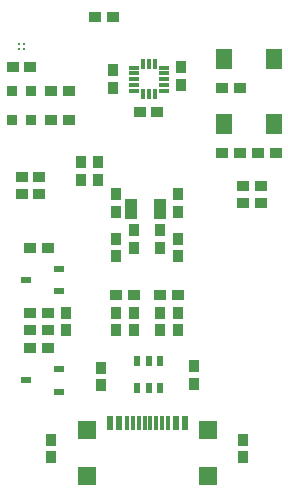
<source format=gtp>
G04*
G04 #@! TF.GenerationSoftware,Altium Limited,Altium Designer,25.8.1 (18)*
G04*
G04 Layer_Color=8421504*
%FSLAX25Y25*%
%MOIN*%
G70*
G04*
G04 #@! TF.SameCoordinates,D775D7AA-2E8E-4D3B-9509-54632A005B4D*
G04*
G04*
G04 #@! TF.FilePolarity,Positive*
G04*
G01*
G75*
%ADD15R,0.03400X0.01200*%
%ADD16C,0.00945*%
%ADD17R,0.03937X0.03740*%
%ADD18R,0.03740X0.03937*%
%ADD19R,0.03937X0.07087*%
%ADD20R,0.05315X0.07087*%
%ADD21R,0.01200X0.03400*%
%ADD22R,0.03740X0.02362*%
%ADD23R,0.05906X0.05906*%
%ADD24R,0.02362X0.04528*%
%ADD25R,0.02362X0.03543*%
%ADD26R,0.03543X0.03740*%
%ADD27R,0.01181X0.04528*%
D15*
X196929Y187039D02*
D03*
Y181139D02*
D03*
X186929Y185039D02*
D03*
X196929Y188939D02*
D03*
X186929Y187039D02*
D03*
Y183039D02*
D03*
Y181139D02*
D03*
Y188939D02*
D03*
X196929Y185039D02*
D03*
Y183039D02*
D03*
D16*
X148819Y196653D02*
D03*
X150394Y195079D02*
D03*
Y196653D02*
D03*
X148819Y195079D02*
D03*
D17*
X155512Y146653D02*
D03*
X187008Y113189D02*
D03*
X216535Y182087D02*
D03*
X194882Y174213D02*
D03*
X152559Y188976D02*
D03*
X149606Y152559D02*
D03*
X158465Y95472D02*
D03*
X149606Y146653D02*
D03*
X155512Y152559D02*
D03*
X195866Y113189D02*
D03*
X174213Y205709D02*
D03*
X223425Y149606D02*
D03*
X223425Y143701D02*
D03*
X222441Y182087D02*
D03*
Y160433D02*
D03*
X234252D02*
D03*
X229331Y149606D02*
D03*
X188976Y174213D02*
D03*
X201772Y113189D02*
D03*
X180118Y205709D02*
D03*
X146653Y188976D02*
D03*
X165291Y171433D02*
D03*
Y181276D02*
D03*
X181102Y113189D02*
D03*
X158465Y107283D02*
D03*
Y101378D02*
D03*
X152559Y128937D02*
D03*
Y95472D02*
D03*
X228346Y160433D02*
D03*
X216535D02*
D03*
X158465Y128937D02*
D03*
X229331Y143701D02*
D03*
X152559Y101378D02*
D03*
Y107283D02*
D03*
X159386Y181276D02*
D03*
Y171433D02*
D03*
D18*
X195866Y134843D02*
D03*
X187008Y107283D02*
D03*
X201772Y146653D02*
D03*
Y125984D02*
D03*
X180118Y182087D02*
D03*
X175197Y151575D02*
D03*
X181102Y146653D02*
D03*
X169291Y151575D02*
D03*
X181102Y125984D02*
D03*
X164370Y101378D02*
D03*
X195866Y107283D02*
D03*
X187008Y134843D02*
D03*
X202756Y188976D02*
D03*
X201772Y140748D02*
D03*
X207024Y89346D02*
D03*
X201772Y131890D02*
D03*
Y107283D02*
D03*
X187008Y128937D02*
D03*
X195866D02*
D03*
X180118Y187992D02*
D03*
X181102Y140748D02*
D03*
Y131890D02*
D03*
X175197Y157480D02*
D03*
X164370Y107283D02*
D03*
X169291Y157480D02*
D03*
X181102Y107283D02*
D03*
X175921Y88953D02*
D03*
X207024Y83441D02*
D03*
X159449Y59055D02*
D03*
X223425D02*
D03*
X159449Y64961D02*
D03*
X223425D02*
D03*
X202756Y183071D02*
D03*
X175921Y83047D02*
D03*
X201772Y101378D02*
D03*
X187008D02*
D03*
X181102D02*
D03*
X195866D02*
D03*
D19*
X195845Y141732D02*
D03*
X186024D02*
D03*
D20*
X217224Y191929D02*
D03*
X233563Y170276D02*
D03*
Y191929D02*
D03*
X217224Y170276D02*
D03*
D21*
X189929Y180039D02*
D03*
X193929Y190039D02*
D03*
X191929D02*
D03*
X193929Y180039D02*
D03*
X191929D02*
D03*
X189929Y190039D02*
D03*
D22*
X161909Y88386D02*
D03*
Y114370D02*
D03*
Y80905D02*
D03*
Y121850D02*
D03*
X151083Y84646D02*
D03*
Y118110D02*
D03*
D23*
X211713Y68169D02*
D03*
Y52697D02*
D03*
X171398Y68169D02*
D03*
Y52697D02*
D03*
D24*
X204153Y70433D02*
D03*
X178957D02*
D03*
X201004D02*
D03*
X182106D02*
D03*
D25*
X191929Y82087D02*
D03*
Y91142D02*
D03*
X195669Y82087D02*
D03*
X188189D02*
D03*
Y91142D02*
D03*
X195669D02*
D03*
D26*
X146492Y171433D02*
D03*
Y181276D02*
D03*
X152594D02*
D03*
Y171433D02*
D03*
D27*
X188602Y70433D02*
D03*
X192539D02*
D03*
X194508D02*
D03*
X190571D02*
D03*
X186634D02*
D03*
X196476D02*
D03*
X198445D02*
D03*
X184665D02*
D03*
M02*

</source>
